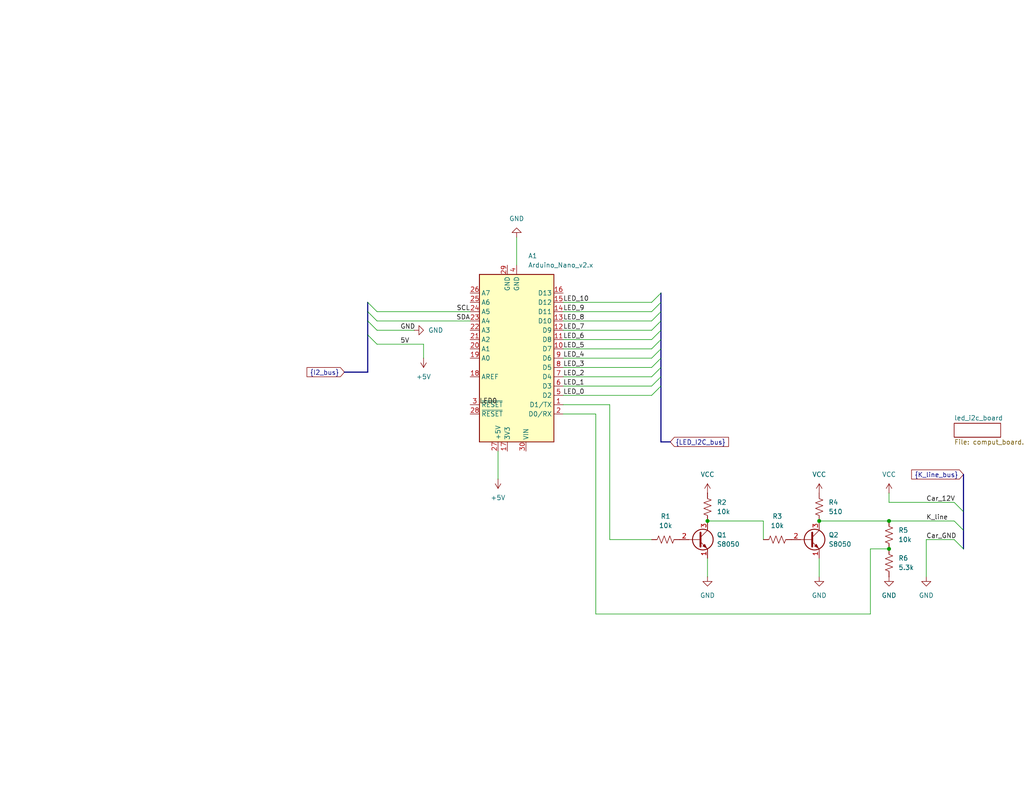
<source format=kicad_sch>
(kicad_sch (version 20250114) (generator "eeschema") (generator_version "9.0")
  (paper "USLetter")
  (lib_symbols
    (symbol "Device:R_US" (pin_numbers (hide yes)) (pin_names (offset 0))
      (property "Reference" "R" (at 2.54 0 90))
      (property "Value" "R_US" (at -2.54 0 90))
      (symbol "R_US_0_1"
        (polyline (pts (xy 0 2.286) (xy 0 2.54)))
        (polyline (pts (xy 0 2.286) (xy 1.016 1.905) (xy 0 1.524) (xy -1.016 1.143) (xy 0 0.762)))
        (polyline (pts (xy 0 0.762) (xy 1.016 0.381) (xy 0 0) (xy -1.016 -0.381) (xy 0 -0.762)))
        (polyline (pts (xy 0 -0.762) (xy 1.016 -1.143) (xy 0 -1.524) (xy -1.016 -1.905) (xy 0 -2.286)))
        (polyline (pts (xy 0 -2.286) (xy 0 -2.54)))
      )
      (symbol "R_US_1_1"
        (pin passive line (at 0 3.81 270) (length 1.27) (name "~") (number "1"))
        (pin passive line (at 0 -3.81 90) (length 1.27) (name "~") (number "2"))
      )
    )
    (symbol "MCU_Module:Arduino_Nano_v2.x"
      (property "Reference" "A" (at -10.16 23.495 0))
      (property "Value" "Arduino_Nano_v2.x" (at 5.08 -24.13 0))
      (symbol "Arduino_Nano_v2.x_0_1"
        (rectangle (start -10.16 22.86) (end 10.16 -22.86) (stroke (width 0.254)) (fill (type background)))
      )
      (symbol "Arduino_Nano_v2.x_1_1"
        (pin bidirectional line (at -12.7 15.24 0) (length 2.54) (name "D0/RX") (number "2"))
        (pin bidirectional line (at -12.7 12.7 0) (length 2.54) (name "D1/TX") (number "1"))
        (pin bidirectional line (at -12.7 10.16 0) (length 2.54) (name "D2") (number "5"))
        (pin bidirectional line (at -12.7 7.62 0) (length 2.54) (name "D3") (number "6"))
        (pin bidirectional line (at -12.7 5.08 0) (length 2.54) (name "D4") (number "7"))
        (pin bidirectional line (at -12.7 2.54 0) (length 2.54) (name "D5") (number "8"))
        (pin bidirectional line (at -12.7 0 0) (length 2.54) (name "D6") (number "9"))
        (pin bidirectional line (at -12.7 -2.54 0) (length 2.54) (name "D7") (number "10"))
        (pin bidirectional line (at -12.7 -5.08 0) (length 2.54) (name "D8") (number "11"))
        (pin bidirectional line (at -12.7 -7.62 0) (length 2.54) (name "D9") (number "12"))
        (pin bidirectional line (at -12.7 -10.16 0) (length 2.54) (name "D10") (number "13"))
        (pin bidirectional line (at -12.7 -12.7 0) (length 2.54) (name "D11") (number "14"))
        (pin bidirectional line (at -12.7 -15.24 0) (length 2.54) (name "D12") (number "15"))
        (pin bidirectional line (at -12.7 -17.78 0) (length 2.54) (name "D13") (number "16"))
        (pin power_in line (at -2.54 25.4 270) (length 2.54) (name "VIN") (number "30"))
        (pin power_in line (at 0 -25.4 90) (length 2.54) (name "GND") (number "4"))
        (pin power_out line (at 2.54 25.4 270) (length 2.54) (name "3V3") (number "17"))
        (pin power_in line (at 2.54 -25.4 90) (length 2.54) (name "GND") (number "29"))
        (pin power_out line (at 5.08 25.4 270) (length 2.54) (name "+5V") (number "27"))
        (pin input line (at 12.7 15.24 180) (length 2.54) (name "~{RESET}") (number "28"))
        (pin input line (at 12.7 12.7 180) (length 2.54) (name "~{RESET}") (number "3"))
        (pin input line (at 12.7 5.08 180) (length 2.54) (name "AREF") (number "18"))
        (pin bidirectional line (at 12.7 0 180) (length 2.54) (name "A0") (number "19"))
        (pin bidirectional line (at 12.7 -2.54 180) (length 2.54) (name "A1") (number "20"))
        (pin bidirectional line (at 12.7 -5.08 180) (length 2.54) (name "A2") (number "21"))
        (pin bidirectional line (at 12.7 -7.62 180) (length 2.54) (name "A3") (number "22"))
        (pin bidirectional line (at 12.7 -10.16 180) (length 2.54) (name "A4") (number "23"))
        (pin bidirectional line (at 12.7 -12.7 180) (length 2.54) (name "A5") (number "24"))
        (pin bidirectional line (at 12.7 -15.24 180) (length 2.54) (name "A6") (number "25"))
        (pin bidirectional line (at 12.7 -17.78 180) (length 2.54) (name "A7") (number "26"))
      )
    )
    (symbol "Transistor_BJT:S8050" (pin_names (offset 0) (hide yes))
      (property "Reference" "Q" (at 5.08 1.905 0))
      (property "Value" "S8050" (at 5.08 0 0))
      (symbol "S8050_0_1"
        (polyline (pts (xy -2.54 0) (xy 0.635 0)))
        (polyline (pts (xy 0.635 1.905) (xy 0.635 -1.905)) (stroke (width 0.508)))
        (circle (center 1.27 0) (radius 2.8194) (stroke (width 0.254)))
      )
      (symbol "S8050_1_1"
        (polyline (pts (xy 0.635 0.635) (xy 2.54 2.54)))
        (polyline (pts (xy 0.635 -0.635) (xy 2.54 -2.54)))
        (polyline (pts (xy 1.27 -1.778) (xy 1.778 -1.27) (xy 2.286 -2.286) (xy 1.27 -1.778)) (fill (type outline)))
        (pin input line (at -5.08 0 0) (length 2.54) (name "B") (number "2"))
        (pin passive line (at 2.54 5.08 270) (length 2.54) (name "C") (number "3"))
        (pin passive line (at 2.54 -5.08 90) (length 2.54) (name "E") (number "1"))
      )
    )
    (symbol "power:+5V" (power) (pin_numbers (hide yes)) (pin_names (offset 0) (hide yes))
      (property "Value" "+5V" (at 0 3.556 0))
      (symbol "+5V_0_1"
        (polyline (pts (xy -0.762 1.27) (xy 0 2.54)))
        (polyline (pts (xy 0 2.54) (xy 0.762 1.27)))
        (polyline (pts (xy 0 0) (xy 0 2.54)))
      )
      (symbol "+5V_1_1"
        (pin power_in line (at 0 0 90) (length 0) (name "~") (number "1"))
      )
    )
    (symbol "power:GND" (power) (pin_numbers (hide yes)) (pin_names (offset 0) (hide yes))
      (property "Value" "GND" (at 0 -3.81 0))
      (symbol "GND_0_1"
        (polyline (pts (xy 0 0) (xy 0 -1.27) (xy 1.27 -1.27) (xy 0 -2.54) (xy -1.27 -1.27) (xy 0 -1.27)))
      )
      (symbol "GND_1_1"
        (pin power_in line (at 0 0 270) (length 0) (name "~") (number "1"))
      )
    )
    (symbol "power:VCC" (power) (pin_numbers (hide yes)) (pin_names (offset 0) (hide yes))
      (property "Value" "VCC" (at 0 3.556 0))
      (symbol "VCC_0_1"
        (polyline (pts (xy -0.762 1.27) (xy 0 2.54)))
        (polyline (pts (xy 0 2.54) (xy 0.762 1.27)))
        (polyline (pts (xy 0 0) (xy 0 2.54)))
      )
      (symbol "VCC_1_1"
        (pin power_in line (at 0 0 90) (length 0) (name "~") (number "1"))
      )
    )
  )
  (bus_alias "I2_bus" (members "5V" "GND" "SDA" "SCL"))
  (bus_alias "K_line_bus" (members "Car_12V" "Car_GND" "K_line"))
  (bus_alias "LED_I2C_bus" (members "LED_[0..10]"))
  (junction (at 223.52 142.24))
  (junction (at 242.57 149.86))
  (junction (at 193.04 142.24))
  (junction (at 242.57 142.24))
  (bus_entry (at 180.34 92.71) (size -2.54 2.54))
  (bus_entry (at 180.34 85.09) (size -2.54 2.54))
  (bus_entry (at 180.34 97.79) (size -2.54 2.54))
  (bus_entry (at 100.33 87.63) (size 2.54 2.54))
  (bus_entry (at 262.89 139.7) (size -2.54 -2.54))
  (bus_entry (at 100.33 91.44) (size 2.54 2.54))
  (bus_entry (at 100.33 85.09) (size 2.54 2.54))
  (bus_entry (at 180.34 105.41) (size -2.54 2.54))
  (bus_entry (at 262.89 149.86) (size -2.54 -2.54))
  (bus_entry (at 180.34 82.55) (size -2.54 2.54))
  (bus_entry (at 180.34 87.63) (size -2.54 2.54))
  (bus_entry (at 262.89 144.78) (size -2.54 -2.54))
  (bus_entry (at 180.34 102.87) (size -2.54 2.54))
  (bus_entry (at 180.34 95.25) (size -2.54 2.54))
  (bus_entry (at 100.33 82.55) (size 2.54 2.54))
  (bus_entry (at 180.34 100.33) (size -2.54 2.54))
  (bus_entry (at 180.34 80.01) (size -2.54 2.54))
  (bus_entry (at 180.34 90.17) (size -2.54 2.54))
  (wire (pts (xy 153.67 95.25) (xy 177.8 95.25)))
  (wire (pts (xy 166.37 110.49) (xy 166.37 147.32)))
  (wire (pts (xy 102.87 90.17) (xy 113.03 90.17)))
  (wire (pts (xy 223.52 157.48) (xy 223.52 152.4)))
  (wire (pts (xy 153.67 92.71) (xy 177.8 92.71)))
  (wire (pts (xy 237.49 149.86) (xy 237.49 167.64)))
  (wire (pts (xy 153.67 97.79) (xy 177.8 97.79)))
  (bus (pts (xy 180.34 105.41) (xy 180.34 120.65)))
  (bus (pts (xy 262.89 144.78) (xy 262.89 149.86)))
  (wire (pts (xy 102.87 87.63) (xy 128.27 87.63)))
  (wire (pts (xy 193.04 157.48) (xy 193.04 152.4)))
  (wire (pts (xy 102.87 93.98) (xy 115.57 93.98)))
  (wire (pts (xy 135.89 123.19) (xy 135.89 130.81)))
  (bus (pts (xy 180.34 85.09) (xy 180.34 87.63)))
  (wire (pts (xy 177.8 107.95) (xy 153.67 107.95)))
  (bus (pts (xy 180.34 120.65) (xy 182.88 120.65)))
  (bus (pts (xy 262.89 139.7) (xy 262.89 144.78)))
  (wire (pts (xy 242.57 142.24) (xy 260.35 142.24)))
  (bus (pts (xy 180.34 82.55) (xy 180.34 85.09)))
  (wire (pts (xy 153.67 105.41) (xy 177.8 105.41)))
  (bus (pts (xy 100.33 85.09) (xy 100.33 87.63)))
  (wire (pts (xy 162.56 167.64) (xy 162.56 113.03)))
  (wire (pts (xy 252.73 147.32) (xy 260.35 147.32)))
  (wire (pts (xy 153.67 82.55) (xy 177.8 82.55)))
  (bus (pts (xy 180.34 80.01) (xy 180.34 82.55)))
  (wire (pts (xy 242.57 134.62) (xy 242.57 137.16)))
  (wire (pts (xy 252.73 147.32) (xy 252.73 157.48)))
  (bus (pts (xy 93.98 101.6) (xy 100.33 101.6)))
  (bus (pts (xy 180.34 95.25) (xy 180.34 97.79)))
  (wire (pts (xy 166.37 147.32) (xy 177.8 147.32)))
  (bus (pts (xy 100.33 82.55) (xy 100.33 85.09)))
  (bus (pts (xy 180.34 102.87) (xy 180.34 105.41)))
  (wire (pts (xy 153.67 102.87) (xy 177.8 102.87)))
  (wire (pts (xy 102.87 85.09) (xy 128.27 85.09)))
  (bus (pts (xy 180.34 92.71) (xy 180.34 95.25)))
  (bus (pts (xy 100.33 87.63) (xy 100.33 91.44)))
  (wire (pts (xy 193.04 142.24) (xy 208.28 142.24)))
  (wire (pts (xy 242.57 149.86) (xy 237.49 149.86)))
  (wire (pts (xy 115.57 93.98) (xy 115.57 97.79)))
  (bus (pts (xy 180.34 87.63) (xy 180.34 90.17)))
  (bus (pts (xy 262.89 129.54) (xy 262.89 139.7)))
  (bus (pts (xy 100.33 91.44) (xy 100.33 101.6)))
  (bus (pts (xy 180.34 90.17) (xy 180.34 92.71)))
  (wire (pts (xy 140.97 64.77) (xy 140.97 72.39)))
  (bus (pts (xy 180.34 97.79) (xy 180.34 100.33)))
  (wire (pts (xy 153.67 100.33) (xy 177.8 100.33)))
  (wire (pts (xy 162.56 113.03) (xy 153.67 113.03)))
  (wire (pts (xy 153.67 90.17) (xy 177.8 90.17)))
  (wire (pts (xy 153.67 110.49) (xy 166.37 110.49)))
  (wire (pts (xy 223.52 142.24) (xy 242.57 142.24)))
  (wire (pts (xy 237.49 167.64) (xy 162.56 167.64)))
  (bus (pts (xy 180.34 100.33) (xy 180.34 102.87)))
  (wire (pts (xy 242.57 137.16) (xy 260.35 137.16)))
  (wire (pts (xy 153.67 87.63) (xy 177.8 87.63)))
  (wire (pts (xy 208.28 142.24) (xy 208.28 147.32)))
  (wire (pts (xy 153.67 85.09) (xy 177.8 85.09)))
  (label "LED_0" (at 153.67 107.95 0))
  (label "LED_2" (at 153.67 102.87 0))
  (label "GND" (at 109.22 90.17 0))
  (label "LED_7" (at 153.67 90.17 0))
  (label "LED0" (at 130.81 110.49 0))
  (label "LED_3" (at 153.67 100.33 0))
  (label "SDA" (at 128.27 87.63 180))
  (label "LED_6" (at 153.67 92.71 0))
  (label "LED_5" (at 153.67 95.25 0))
  (label "LED_9" (at 153.67 85.09 0))
  (label "LED_1" (at 153.67 105.41 0))
  (label "5V" (at 109.22 93.98 0))
  (label "Car_GND" (at 252.73 147.32 0))
  (label "Car_12V" (at 252.73 137.16 0))
  (label "LED_10" (at 153.67 82.55 0))
  (label "LED_8" (at 153.67 87.63 0))
  (label "K_line" (at 252.73 142.24 0))
  (label "SCL" (at 128.27 85.09 180))
  (label "LED_4" (at 153.67 97.79 0))
  (global_label "{I2_bus}" (shape input) (at 93.98 101.6 180) (property "Intersheetrefs" "${INTERSHEET_REFS}" (effects (hide yes))))
  (global_label "{K_line_bus}" (shape input) (at 262.89 129.54 180) (property "Intersheetrefs" "${INTERSHEET_REFS}" (effects (hide yes))))
  (global_label "{LED_I2C_bus}" (shape input) (at 182.88 120.65 0) (property "Intersheetrefs" "${INTERSHEET_REFS}" (effects (hide yes))))
  (symbol (lib_id "power:GND") (at 252.73 157.48 0) (unit 1)
    (property "Reference" "#PWR08" (effects (hide yes)))
    (property "Value" "GND" (at 252.73 162.56 0))
    (property "Description" "Power symbol creates a global label with name \"GND\" , ground" (effects (hide yes)))
  )
  (symbol (lib_id "power:GND") (at 242.57 157.48 0) (unit 1)
    (property "Reference" "#PWR06" (effects (hide yes)))
    (property "Value" "GND" (at 242.57 162.56 0))
    (property "Description" "Power symbol creates a global label with name \"GND\" , ground" (effects (hide yes)))
  )
  (symbol (lib_id "power:GND") (at 113.03 90.17 90) (unit 1)
    (property "Reference" "#PWR09" (effects (hide yes)))
    (property "Value" "GND" (at 116.84 90.1699 90) (effects (justify right)))
    (property "Description" "Power symbol creates a global label with name \"GND\" , ground" (effects (hide yes)))
  )
  (symbol (lib_id "power:GND") (at 193.04 157.48 0) (unit 1)
    (property "Reference" "#PWR04" (effects (hide yes)))
    (property "Value" "GND" (at 193.04 162.56 0))
    (property "Description" "Power symbol creates a global label with name \"GND\" , ground" (effects (hide yes)))
  )
  (symbol (lib_id "power:+5V") (at 135.89 130.81 180) (unit 1)
    (property "Reference" "#PWR011" (effects (hide yes)))
    (property "Value" "+5V" (at 135.89 135.89 0))
    (property "Description" "Power symbol creates a global label with name \"+5V\"" (effects (hide yes)))
  )
  (symbol (lib_id "Device:R_US") (at 223.52 138.43 180) (unit 1)
    (property "Reference" "R4" (at 226.06 137.1599 0) (effects (justify right)))
    (property "Value" "510" (at 226.06 139.6999 0) (effects (justify right)))
    (property "Description" "Resistor, US symbol" (effects (hide yes)))
  )
  (symbol (lib_id "Device:R_US") (at 242.57 153.67 180) (unit 1)
    (property "Reference" "R6" (at 245.11 152.3999 0) (effects (justify right)))
    (property "Value" "5.3k" (at 245.11 154.9399 0) (effects (justify right)))
    (property "Description" "Resistor, US symbol" (effects (hide yes)))
  )
  (symbol (lib_id "Device:R_US") (at 212.09 147.32 90) (unit 1)
    (property "Reference" "R3" (at 212.09 140.97 90))
    (property "Value" "10k" (at 212.09 143.51 90))
    (property "Description" "Resistor, US symbol" (effects (hide yes)))
  )
  (symbol (lib_id "power:GND") (at 140.97 64.77 180) (unit 1)
    (property "Reference" "#PWR01" (effects (hide yes)))
    (property "Value" "GND" (at 140.97 59.69 0))
    (property "Description" "Power symbol creates a global label with name \"GND\" , ground" (effects (hide yes)))
  )
  (symbol (lib_id "Device:R_US") (at 193.04 138.43 180) (unit 1)
    (property "Reference" "R2" (at 195.58 137.1599 0) (effects (justify right)))
    (property "Value" "10k" (at 195.58 139.6999 0) (effects (justify right)))
    (property "Description" "Resistor, US symbol" (effects (hide yes)))
  )
  (symbol (lib_id "power:VCC") (at 193.04 134.62 0) (unit 1)
    (property "Reference" "#PWR02" (effects (hide yes)))
    (property "Value" "VCC" (at 193.04 129.54 0))
    (property "Description" "Power symbol creates a global label with name \"VCC\"" (effects (hide yes)))
  )
  (symbol (lib_id "Transistor_BJT:S8050") (at 220.98 147.32 0) (unit 1)
    (property "Reference" "Q2" (at 226.06 146.0499 0) (effects (justify left)))
    (property "Value" "S8050" (at 226.06 148.5899 0) (effects (justify left)))
    (property "Footprint" "Package_TO_SOT_THT:TO-92_Inline" (effects (hide yes)))
    (property "Datasheet" "http://www.unisonic.com.tw/datasheet/S8050.pdf" (effects (hide yes)))
    (property "Description" "0.7A Ic, 20V Vce, Low Voltage High Current NPN Transistor, TO-92" (effects (hide yes)))
  )
  (symbol (lib_id "power:VCC") (at 223.52 134.62 0) (unit 1)
    (property "Reference" "#PWR03" (effects (hide yes)))
    (property "Value" "VCC" (at 223.52 129.54 0))
    (property "Description" "Power symbol creates a global label with name \"VCC\"" (effects (hide yes)))
  )
  (symbol (lib_id "Device:R_US") (at 242.57 146.05 180) (unit 1)
    (property "Reference" "R5" (at 245.11 144.7799 0) (effects (justify right)))
    (property "Value" "10k" (at 245.11 147.3199 0) (effects (justify right)))
    (property "Description" "Resistor, US symbol" (effects (hide yes)))
  )
  (symbol (lib_id "Device:R_US") (at 181.61 147.32 90) (unit 1)
    (property "Reference" "R1" (at 181.61 140.97 90))
    (property "Value" "10k" (at 181.61 143.51 90))
    (property "Description" "Resistor, US symbol" (effects (hide yes)))
  )
  (symbol (lib_id "power:GND") (at 223.52 157.48 0) (unit 1)
    (property "Reference" "#PWR05" (effects (hide yes)))
    (property "Value" "GND" (at 223.52 162.56 0))
    (property "Description" "Power symbol creates a global label with name \"GND\" , ground" (effects (hide yes)))
  )
  (symbol (lib_id "power:VCC") (at 242.57 134.62 0) (unit 1)
    (property "Reference" "#PWR07" (effects (hide yes)))
    (property "Value" "VCC" (at 242.57 129.54 0))
    (property "Description" "Power symbol creates a global label with name \"VCC\"" (effects (hide yes)))
  )
  (symbol (lib_id "power:+5V") (at 115.57 97.79 180) (unit 1)
    (property "Reference" "#PWR010" (effects (hide yes)))
    (property "Value" "+5V" (at 115.57 102.87 0))
    (property "Description" "Power symbol creates a global label with name \"+5V\"" (effects (hide yes)))
  )
  (symbol (lib_id "MCU_Module:Arduino_Nano_v2.x") (at 140.97 97.79 180) (unit 1)
    (property "Reference" "A1" (at 144.0881 69.85 0) (effects (justify right)))
    (property "Value" "Arduino_Nano_v2.x" (at 144.0881 72.39 0) (effects (justify right)))
    (property "Footprint" "Module:Arduino_Nano" (effects (hide yes)))
    (property "Datasheet" "https://www.arduino.cc/en/uploads/Main/ArduinoNanoManual23.pdf" (effects (hide yes)))
    (property "Description" "Arduino Nano v2.x" (effects (hide yes)))
  )
  (symbol (lib_id "Transistor_BJT:S8050") (at 190.5 147.32 0) (unit 1)
    (property "Reference" "Q1" (at 195.58 146.0499 0) (effects (justify left)))
    (property "Value" "S8050" (at 195.58 148.5899 0) (effects (justify left)))
    (property "Footprint" "Package_TO_SOT_THT:TO-92_Inline" (effects (hide yes)))
    (property "Datasheet" "http://www.unisonic.com.tw/datasheet/S8050.pdf" (effects (hide yes)))
    (property "Description" "0.7A Ic, 20V Vce, Low Voltage High Current NPN Transistor, TO-92" (effects (hide yes)))
  )
  (sheet (at 260.35 115.57) (size 12.7 3.81) (stroke (width 0.1524))
    (property "Sheetname" "led_i2c_board" (at 260.35 114.8584 0) (effects (justify left bottom)))
    (property "Sheetfile" "comput_board.kicad_sch" (at 260.35 119.9646 0) (effects (justify left top)))
  )
)
</source>
